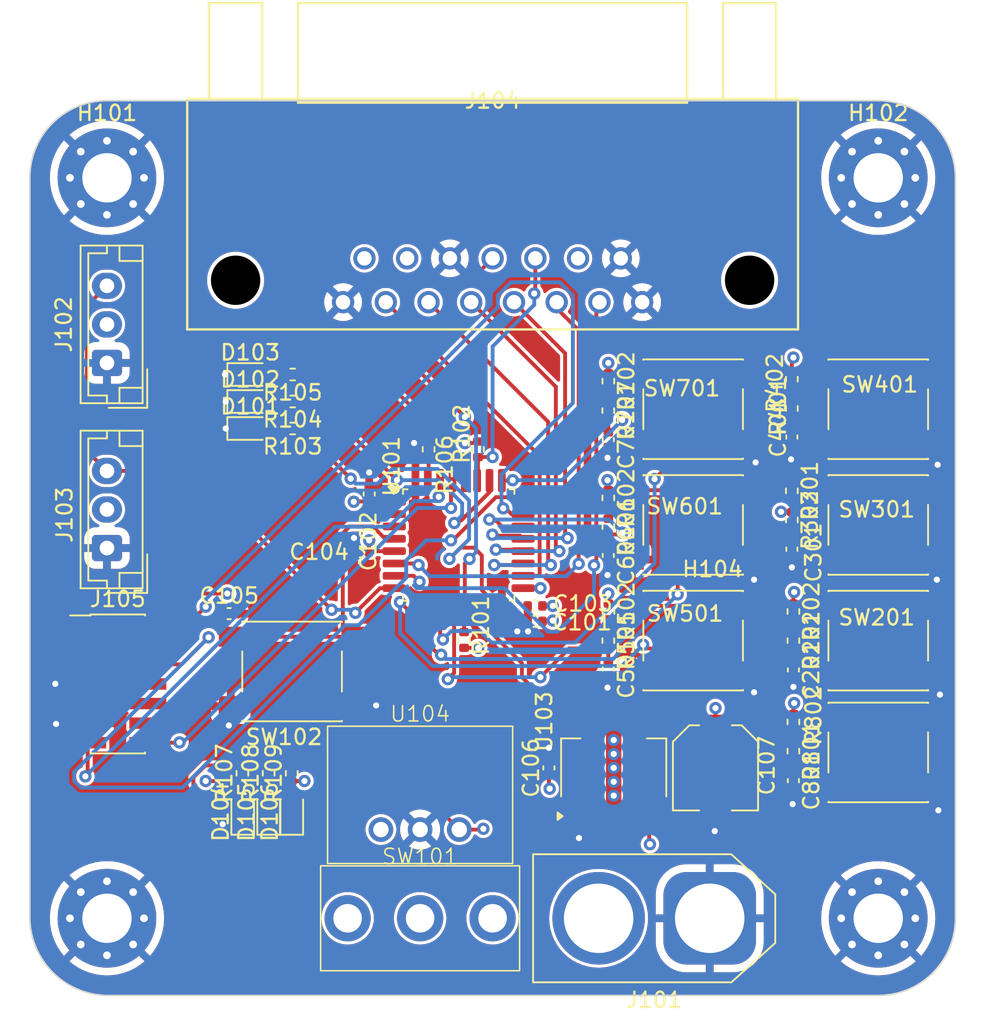
<source format=kicad_pcb>
(kicad_pcb (version 20240108) (generator "pcbnew") (generator_version "8.0")
  (layers (0 "F.Cu" signal) (1 "In1.Cu" signal "In1.Cu - Supply") (2 "In2.Cu" signal "In2.Cu - GND") (31 "B.Cu" signal) (34 "B.Paste" user) (35 "F.Paste" user) (36 "B.SilkS" user "B.Silkscreen") (37 "F.SilkS" user "F.Silkscreen") (38 "B.Mask" user) (39 "F.Mask" user) (44 "Edge.Cuts" user))
  (net 0 "")
  (net 1 "+3.3V")
  (net 2 "GND")
  (net 3 "NRST")
  (net 4 "+5V")
  (net 5 "BTN_1")
  (net 6 "BTN_2")
  (net 7 "BTN_3")
  (net 8 "BTN_4")
  (net 9 "BTN_5")
  (net 10 "BTN_6")
  (net 11 "BTN_7")
  (net 12 "Net-(D101-A)")
  (net 13 "Net-(D102-A)")
  (net 14 "Net-(D103-A)")
  (net 15 "Net-(D104-A)")
  (net 16 "Net-(D105-A)")
  (net 17 "Net-(D106-A)")
  (net 18 "Net-(J101-Pin_2)")
  (net 19 "+12V")
  (net 20 "UART_HD_XL430")
  (net 21 "PWM_TIM2_CH2")
  (net 22 "I2C_SCL")
  (net 23 "PWM_TIM1_CH2")
  (net 24 "PWM_TIM2_CH1")
  (net 25 "PWM_TIM1_CH4")
  (net 26 "PWM_TIM1_CH1")
  (net 27 "I2C_SDA")
  (net 28 "PWM_TIM1_CH3")
  (net 30 "UART_DEBUG_RX")
  (net 31 "SWDIO")
  (net 33 "UART_DEBUG_TX")
  (net 35 "SWCLK")
  (net 38 "LED1")
  (net 39 "LED2")
  (net 40 "LED3")
  (net 41 "Net-(U101-PH3)")
  (net 42 "Net-(SW201-A)")
  (net 43 "Net-(SW301-A)")
  (net 44 "Net-(SW401-A)")
  (net 45 "Net-(SW501-A)")
  (net 46 "Net-(SW601-A)")
  (net 47 "Net-(SW701-A)")
  (net 48 "Net-(SW801-A)")
  (footprint "Resistor_SMD:R_0402_1005Metric" (layer "F.Cu") (at 154.5 78.11 -90)
    (property "Reference" "R202")
    (property "Value" "10k")
  )
  (footprint "Button_Switch_SMD:SW_Push_1P1T_NO_6x6mm_H9.5mm" (layer "F.Cu") (at 148 72.5)
    (property "Reference" "SW601")
    (property "Value" "SW_SPST" (hide yes))
  )
  (footprint "Button_Switch_SMD:SW_Push_1P1T_NO_6x6mm_H9.5mm" (layer "F.Cu") (at 160 65)
    (property "Reference" "SW401")
    (property "Value" "SW_SPST" (hide yes))
  )
  (footprint "Resistor_SMD:R_0402_1005Metric" (layer "F.Cu") (at 142.5 70.75 -90)
    (property "Reference" "R602")
    (property "Value" "10k")
  )
  (footprint "Button_Switch_SMD:SW_Push_1P1T_NO_6x6mm_H9.5mm" (layer "F.Cu") (at 122 82)
    (property "Reference" "SW102")
    (property "Value" "SW_SPST")
  )
  (footprint "Package_TO_SOT_SMD:SOT-223-3_TabPin2" (layer "F.Cu") (at 142.85 88.25 90)
    (property "Reference" "U103")
    (property "Value" "AZ1117-3.3")
  )
  (footprint "Capacitor_SMD:C_0402_1005Metric" (layer "F.Cu") (at 137.75 78.75 180)
    (property "Reference" "C101")
    (property "Value" "4u7")
  )
  (footprint "Resistor_SMD:R_0402_1005Metric" (layer "F.Cu") (at 121.98 88.6 90)
    (property "Reference" "R109")
    (property "Value" "820")
  )
  (footprint "Resistor_SMD:R_0402_1005Metric" (layer "F.Cu") (at 122.0375 66.25 180)
    (property "Reference" "R103")
    (property "Value" "82")
  )
  (footprint "Capacitor_SMD:C_0402_1005Metric" (layer "F.Cu") (at 137.75 77.75 180)
    (property "Reference" "C103")
    (property "Value" "100n")
  )
  (footprint "LED_SMD:LED_0603_1608Metric" (layer "F.Cu") (at 119.2875 64.5)
    (property "Reference" "D102")
    (property "Value" "BLUE_LED")
  )
  (footprint "Capacitor_SMD:C_0402_1005Metric" (layer "F.Cu") (at 154.5 81.9 -90)
    (property "Reference" "C201")
    (property "Value" "10n")
  )
  (footprint "Connector_PinHeader_1.27mm:PinHeader_2x07_P1.27mm_Vertical_SMD" (layer "F.Cu") (at 110.7 82.81)
    (property "Reference" "J105")
    (property "Value" "Conn_ST_STDC14")
  )
  (footprint "Capacitor_SMD:C_0402_1005Metric" (layer "F.Cu") (at 126.5 74.25 180)
    (property "Reference" "C104")
    (property "Value" "100n")
  )
  (footprint "Capacitor_SMD:C_Elec_5x5.4" (layer "F.Cu") (at 149.45 88.25 -90)
    (property "Reference" "C107")
    (property "Value" "22u")
  )
  (footprint "Button_Switch_SMD:SW_Push_1P1T_NO_6x6mm_H9.5mm" (layer "F.Cu") (at 148 65)
    (property "Reference" "SW701")
    (property "Value" "SW_SPST")
  )
  (footprint "MountingHole:MountingHole_3.2mm_M3_Pad_Via" (layer "F.Cu") (at 160 50)
    (property "Reference" "H102")
    (property "Value" "MountingHole_Pad")
  )
  (footprint "Capacitor_SMD:C_0402_1005Metric" (layer "F.Cu") (at 138.65 88.25 90)
    (property "Reference" "C106")
    (property "Value" "10u")
  )
  (footprint "LED_SMD:LED_0603_1608Metric" (layer "F.Cu") (at 120.48 91.1 90)
    (property "Reference" "D105")
    (property "Value" "RED_LED")
  )
  (footprint "Capacitor_SMD:C_0402_1005Metric" (layer "F.Cu") (at 154.4 66.8 -90)
    (property "Reference" "C401")
    (property "Value" "10n")
  )
  (footprint "MountingHole:MountingHole_3.2mm_M3_Pad_Via" (layer "F.Cu") (at 110 98)
    (property "Reference" "H103" (hide yes))
    (property "Value" "MountingHole_Pad" (hide yes))
  )
  (footprint "Resistor_SMD:R_0402_1005Metric" (layer "F.Cu") (at 130.85 67.6 90)
    (property "Reference" "R106")
    (property "Value" "100k")
  )
  (footprint "LED_SMD:LED_0603_1608Metric" (layer "F.Cu") (at 119.2875 66.25)
    (property "Reference" "D101")
    (property "Value" "BLUE_LED")
  )
  (footprint "Resistor_SMD:R_0402_1005Metric" (layer "F.Cu") (at 142.5025 63.18 -90)
    (property "Reference" "R702")
    (property "Value" "10k")
  )
  (footprint "Resistor_SMD:R_0402_1005Metric" (layer "F.Cu") (at 122.0375 62.75 180)
    (property "Reference" "R105")
    (property "Value" "82")
  )
  (footprint "Resistor_SMD:R_0402_1005Metric" (layer "F.Cu") (at 142.5 65.09 -90)
    (property "Reference" "R701")
    (property "Value" "10k")
  )
  (footprint "Connector_JST:JST_EH_B3B-EH-A_1x03_P2.50mm_Vertical" (layer "F.Cu") (at 110 74 90)
    (property "Reference" "J103")
    (property "Value" "Conn_01x03")
  )
  (footprint "Resistor_SMD:R_0402_1005Metric" (layer "F.Cu") (at 154.5 80 -90)
    (property "Reference" "R201")
    (property "Value" "10k")
  )
  (footprint "MountingHole:MountingHole_3.2mm_M3_Pad_Via" (layer "F.Cu") (at 110 50)
    (property "Reference" "H101")
    (property "Value" "MountingHole_Pad")
  )
  (footprint "mylib:472123010111" (layer "F.Cu") (at 130.3 98)
    (property "Reference" "SW101")
    (property "Value" "SW_SPDT")
  )
  (footprint "LED_SMD:LED_0603_1608Metric" (layer "F.Cu") (at 118.8 91.1 90)
    (property "Reference" "D104")
    (property "Value" "RED_LED")
  )
  (footprint "Resistor_SMD:R_0402_1005Metric" (layer "F.Cu") (at 154.4 72.18 -90)
    (property "Reference" "R302")
    (property "Value" "10k")
  )
  (footprint "Resistor_SMD:R_0402_1005Metric" (layer "F.Cu") (at 154.5 87.16 -90)
    (property "Reference" "R801")
    (property "Value" "10k")
  )
  (footprint "Resistor_SMD:R_0402_1005Metric" (layer "F.Cu") (at 154.4 63.05 -90)
    (property "Reference" "R402")
    (property "Value" "10k")
  )
  (footprint "Capacitor_SMD:C_0402_1005Metric" (layer "F.Cu") (at 142.5 81.84 -90)
    (property "Reference" "C501")
    (property "Value" "10n")
  )
  (footprint "Capacitor_SMD:C_0402_1005Metric" (layer "F.Cu") (at 154.5 89.08 -90)
    (property "Reference" "C801")
    (property "Value" "10n")
  )
  (footprint "Library:173010542" (layer "F.Cu") (at 130.3 92.25)
    (property "Reference" "U104")
    (property "Value" "173010542")
  )
  (footprint "LED_SMD:LED_0603_1608Metric" (layer "F.Cu") (at 121.98 91.1 90)
    (property "Reference" "D106")
    (property "Value" "RED_LED")
  )
  (footprint "Resistor_SMD:R_0402_1005Metric" (layer "F.Cu") (at 120.48 88.6 90)
    (property "Reference" "R108")
    (property "Value" "1k6")
  )
  (footprint "Resistor_SMD:R_0402_1005Metric" (layer "F.Cu") (at 142.51 78.11 -90)
    (property "Reference" "R502")
    (property "Value" "10k")
  )
  (footprint "Resistor_SMD:R_0402_1005Metric" (layer "F.Cu") (at 154.5 85.27 -90)
    (property "Reference" "R802")
    (property "Value" "10k")
  )
  (footprint "Package_QFP:LQFP-32_7x7mm_P0.8mm" (layer "F.Cu") (at 132.8 73.8)
    (property "Reference" "U101")
    (property "Value" "STM32L412KBTx")
  )
  (footprint "Resistor_SMD:R_0402_1005Metric" (layer "F.Cu") (at 142.5 80 -90)
    (property "Reference" "R501")
    (property "Value" "10k")
  )
  (footprint "LED_SMD:LED_0603_1608Metric" (layer "F.Cu") (at 119.2875 62.75)
    (property "Reference" "D103")
    (property "Value" "BLUE_LED")
  )
  (footprint "Resistor_SMD:R_0402_1005Metric" (layer "F.Cu") (at 154.4 70.29 -90)
    (property "Reference" "R301")
    (property "Value" "10k")
  )
  (footprint "Resistor_SMD:R_0402_1005Metric" (layer "F.Cu") (at 154.4 64.95 -90)
    (property "Reference" "R401")
    (property "Value" "10k")
  )
  (footprint "Resistor_SMD:R_0402_1005Metric" (layer "F.Cu") (at 118.78 88.6 90)
    (property "Reference" "R107")
    (property "Value" "5k1")
  )
  (footprint "Connector_AMASS:AMASS_XT60-M_1x02_P7.20mm_Vertical" (layer "F.Cu") (at 149.075 98 180)
    (property "Reference" "J101")
    (property "Value" "Conn_01x02")
  )
  (footprint "Button_Switch_SMD:SW_Push_1P1T_NO_6x6mm_H9.5mm" (layer "F.Cu") (at 160 87.25)
    (property "Reference" "SW801" (hide yes))
    (property "Value" "SW_SPST")
  )
  (footprint "Capacitor_SMD:C_0402_1005Metric" (layer "F.Cu") (at 154.4 74.07 -90)
    (property "Reference" "C301")
    (property "Value" "10n")
  )
  (footprint "Resistor_SMD:R_0402_1005Metric" (layer "F.Cu") (at 142.5 72.61 -90)
    (property "Reference" "R601")
    (property "Value" "10k")
  )
  (footprint "Button_Switch_SMD:SW_Push_1P1T_NO_6x6mm_H9.5mm" (layer "F.Cu") (at 148 80)
    (property "Reference" "SW501")
    (property "Value" "SW_SPST" (hide yes))
  )
  (footprint "Button_Switch_SMD:SW_Push_1P1T_NO_6x6mm_H9.5mm" (layer "F.Cu") (at 160 80)
    (property "Reference" "SW201")
    (property "Value" "SW_SPST" (hide yes))
  )
  (footprint "Capacitor_SMD:C_0402_1005Metric" (layer "F.Cu") (at 127 70.5 90)
    (property "Reference" "C102")
    (property "Value" "100n")
  )
  (footprint "Resistor_SMD:R_0402_1005Metric" (layer "F.Cu") (at 122.0375 64.5 180)
    (property "Reference" "R104")
    (property "Value" "82")
  )
  (footprint "Button_Switch_SMD:SW_Push_1P1T_NO_6x6mm_H9.5mm" (layer "F.Cu") (at 160 72.5)
    (property "Reference" "SW301")
    (property "Value" "SW_SPST" (hide yes))
  )
  (footprint "Capacitor_SMD:C_0402_1005Metric" (layer "F.Cu") (at 142.5 66.97 -90)
    (property "Reference" "C701")
    (property "Value" "10n")
  )
  (footprint "Resistor_SMD:R_0402_1005Metric" (layer "F.Cu") (at 134.05 67.6 -90)
    (property "Reference" "R102")
    (property "Value" "1k")
  )
  (footprint "MountingHole:MountingHole_3.2mm_M3_Pad_Via" (layer "F.Cu") (at 160 98)
    (property "Reference" "H104")
    (property "Value" "MountingHole_Pad")
  )
  (footprint "libs:CONN15_31321_WRE" (layer "F.Cu") (at 135 45)
    (property "Reference" "J104")
    (property "Value" "Conn_01x15")
  )
  (footprint "Capacitor_SMD:C_0402_1005Metric" (layer "F.Cu") (at 117.92 78.25)
    (property "Reference" "C105")
    (property "Value" "100n")
  )
  (footprint "Capacitor_SMD:C_0402_1005Metric" (layer "F.Cu") (at 142.5 74.48 -90)
    (property "Reference" "C601")
    (property "Value" "10n")
  )
  (footprint "Resistor_SMD:R_0402_1005Metric" (layer "F.Cu") (at 133.15 79.96 90)
    (property "Reference" "R101")
    (property "Value" "1k")
  )
  (footprint "Connector_JST:JST_EH_B3B-EH-A_1x03_P2.50mm_Vertical" (layer "F.Cu") (at 110 62 90)
    (property "Reference" "J102")
    (property "Value" "Conn_01x03")
  )
  (gr_line (start 165 50) (end 165 98) (stroke (width 0.1)) (layer "Edge.Cuts"))
  (gr_arc (start 110 103) (mid 106.491402 101.508597) (end 105 98) (stroke (width 0.1)) (layer "Edge.Cuts"))
  (gr_arc (start 165 98) (mid 163.535534 101.535534) (end 160 103) (stroke (width 0.1)) (layer "Edge.Cuts"))
  (gr_line (start 160 45) (end 110 45) (stroke (width 0.1)) (layer "Edge.Cuts"))
  (gr_line (start 105 50) (end 105 98) (stroke (width 0.1)) (layer "Edge.Cuts"))
  (gr_arc (start 160 45) (mid 163.535534 46.464466) (end 165 50) (stroke (width 0.1)) (layer "Edge.Cuts"))
  (gr_line (start 110 103) (end 160 103) (stroke (width 0.1)) (layer "Edge.Cuts"))
  (gr_arc (start 105 50) (mid 106.464466 46.464466) (end 110 45) (stroke (width 0.1)) (layer "Edge.Cuts"))
  (segment (start 131.4 74.474695) (end 131.824695 74.05) (width 0.25) (layer "B.Cu") (net 0))
  (segment (start 131.4 74.7) (end 131.4 74.474695) (width 0.25) (layer "B.Cu") (net 0))
  (segment (start 154.5 84.76) (end 154.5 84.1) (width 0.25) (layer "F.Cu") (net 1))
  (segment (start 153.72 71.67) (end 153.7 71.65) (width 0.25) (layer "F.Cu") (net 1))
  (segment (start 154.4 71.67) (end 153.72 71.67) (width 0.25) (layer "F.Cu") (net 1))
  (segment (start 138.23 78.75) (end 138.85 78.75) (width 0.25) (layer "F.Cu") (net 1))
  (segment (start 108.75 80.27) (end 109.58 80.27) (width 0.25) (layer "F.Cu") (net 1))
  (segment (start 138.23 77.75) (end 138.9 77.75) (width 0.25) (layer "F.Cu") (net 1))
  (segment (start 126.02 70.98) (end 126 71) (width 0.25) (layer "F.Cu") (net 1))
  (segment (start 134.1 80.5) (end 134.07 80.47) (width 0.25) (layer "F.Cu") (net 1))
  (segment (start 133.21 67.19) (end 133.2 67.2) (width 0.25) (layer "F.Cu") (net 1))
  (segment (start 133.15 80.47) (end 134.07 80.47) (width 0.25) (layer "F.Cu") (net 1))
  (segment (start 142.5 70.24) (end 142.5 69.65) (width 0.25) (layer "F.Cu") (net 1))
  (segment (start 110.75 78.4) (end 112.2 76.95) (width 0.25) (layer "F.Cu") (net 1))
  (segment (start 112.2 76.95) (end 117.8 76.95) (width 0.25) (layer "F.Cu") (net 1))
  (segment (start 142.5025 62.0025) (end 142.5 62) (width 0.25) (layer "F.Cu") (net 1))
  (segment (start 154.5 76.9) (end 154.55 76.85) (width 0.25) (layer "F.Cu") (net 1))
  (segment (start 142.5025 62.67) (end 142.5025 62.0025) (width 0.25) (layer "F.Cu") (net 1))
  (segment (start 122.79 89.11) (end 122.8 89.1) (width 0.25) (layer "F.Cu") (net 1))
  (segment (start 154.4 61.75) (end 154.5 61.65) (width 0.25) (layer "F.Cu") (net 1))
  (segment (start 109.58 80.27) (end 110.75 79.1) (width 0.25) (layer "F.Cu") (net 1))
  (segment (start 126.98 74.25) (end 126.98 73.52) (width 0.25) (layer "F.Cu") (net 1))
  (segment (start 154.4 62.54) (end 154.4 61.75) (width 0.25) (layer "F.Cu") (net 1))
  (segment (start 121.98 89.11) (end 122.79 89.11) (width 0.25) (layer "F.Cu") (net 1))
  (segment (start 136.975 76.6) (end 138.1 76.6) (width 0.25) (layer "F.Cu") (net 1))
  (segment (start 142.5 69.65) (end 142.45 69.6) (width 0.25) (layer "F.Cu") (net 1))
  (segment (start 110.75 79.1) (end 110.75 78.4) (width 0.25) (layer "F.Cu") (net 1))
  (segment (start 126.98 73.52) (end 127 73.5) (width 0.25) (layer "F.Cu") (net 1))
  (segment (start 142.51 77.6) (end 142.51 76.96) (width 0.25) (layer "F.Cu") (net 1))
  (segment (start 142.85 85.1) (end 142.85 91.4) (width 1) (layer "F.Cu") (net 1))
  (segment (start 138.85 78.75) (end 138.9 78.7) (width 0.25) (layer "F.Cu") (net 1))
  (segment (start 127.02 71) (end 127 70.98) (width 0.25) (layer "F.Cu") (net 1))
  (segment (start 142.51 76.96) (end 142.5 76.95) (width 0.25) (layer "F.Cu") (net 1))
  (segment (start 154.5 84.1) (end 154.55 84.05) (width 0.25) (layer "F.Cu") (net 1))
  (segment (start 128.625 71) (end 127.02 71) (width 0.25) (layer "F.Cu") (net 1))
  (segment (start 154.5 77.6) (end 154.5 76.9) (width 0.25) (layer "F.Cu") (net 1))
  (segment (start 127.03 74.2) (end 126.98 74.25) (width 0.25) (layer "F.Cu") (net 1))
  (segment (start 128.625 74.2) (end 127.03 74.2) (width 0.25) (layer "F.Cu") (net 1))
  (segment (start 127 70.98) (end 126.02 70.98) (width 0.25) (layer "F.Cu") (net 1))
  (segment (start 134.05 67.19) (end 133.21 67.19) (width 0.25) (layer "F.Cu") (net 1))
  (segment (start 149.45 86.1875) (end 149.45 84.375) (width 0.25) (layer "F.Cu") (net 1))
  (via (at 154.5 61.65) (size 0.8) (drill 0.4) (layers "F.Cu" "B.Cu") (net 1))
  (via (at 138.9 78.7) (size 0.8) (drill 0.4) (layers "F.Cu" "B.Cu") (net 1))
  (via (at 142.85 86.45) (size 0.8) (drill 0.4) (layers "F.Cu" "B.Cu") (net 1))
  (via (at 142.85 90.05) (size 0.8) (drill 0.4) (layers "F.Cu" "B.Cu") (net 1))
  (via (at 142.45 69.6) (size 0.8) (drill 0.4) (layers "F.Cu" "B.Cu") (net 1))
  (via (at 142.5 76.95) (size 0.8) (drill 0.4) (layers "F.Cu" "B.Cu") (net 1))
  (via (at 133.2 67.2) (size 0.8) (drill 0.4) (layers "F.Cu" "B.Cu") (net 1))
  (via (at 154.55 76.85) (size 0.8) (drill 0.4) (layers "F.Cu" "B.Cu") (net 1))
  (via (at 142.85 87.35) (size 0.8) (drill 0.4) (layers "F.Cu" "B.Cu") (net 1))
  (via (at 138.1 76.6) (size 0.8) (drill 0.4) (layers "F.Cu" "B.Cu") (net 1))
  (via (at 117.8 76.95) (size 0.8) (drill 0.4) (layers "F.Cu" "B.Cu") (net 1))
  (via (at 138.9 77.75) (size 0.8) (drill 0.4) (layers "F.Cu" "B.Cu") (net 1))
  (via (at 142.85 88.25) (size 0.8) (drill 0.4) (layers "F.Cu" "B.Cu") (net 1))
  (via (at 142.5 62) (size 0.8) (drill 0.4) (layers "F.Cu" "B.Cu") (net 1))
  (via (at 127 73.5) (size 0.8) (drill 0.4) (layers "F.Cu" "B.Cu") (net 1))
  (via (at 122.8 89.1) (size 0.8) (drill 0.4) (layers "F.Cu" "B.Cu") (net 1))
  (via (at 153.7 71.65) (size 0.8) (drill 0.4) (layers "F.Cu" "B.Cu") (net 1))
  (via (at 142.85 89.15) (size 0.8) (drill 0.4) (layers "F.Cu" "B.Cu") (net 1))
  (via (at 149.45 84.375) (size 0.8) (drill 0.4) (layers "F.Cu" "B.Cu") (net 1))
  (via (at 126 71) (size 0.8) (drill 0.4) (layers "F.Cu" "B.Cu") (net 1))
  (via (at 134.07 80.47) (size 0.8) (drill 0.4) (layers "F.Cu" "B.Cu") (net 1))
  (via (at 154.55 84.05) (size 0.8) (drill 0.4) (layers "F.Cu" "B.Cu") (net 1))
  (segment (start 149.45 92.3) (end 149.4 92.35) (width 0.25) (layer "F.Cu") (net 2))
  (segment (start 154.4 68.2) (end 154.35 68.25) (width 0.25) (layer "F.Cu") (net 2))
  (segment (start 156.025 74.75) (end 154.6 74.75) (width 0.25) (layer "F.Cu") (net 2))
  (segment (start 140.55 92.75) (end 140.6 92.8) (width 0.25) (layer "F.Cu") (net 2))
  (segment (start 151.975 76.025) (end 151.95 76.05) (width 0.25) (layer "F.Cu") (net 2))
  (segment (start 108.75 82.81) (end 106.66 82.81) (width 0.25) (layer "F.Cu") (net 2))
  (segment (start 142.5 75.7) (end 142.45 75.75) (width 0.25) (layer "F.Cu") (net 2))
  (segment (start 130 68.3) (end 129.95 68.25) (width 0.25) (layer "F.Cu") (net 2))
  (segment (start 118.5 64.5) (end 117.7 64.5) (width 0.25) (layer "F.Cu") (net 2))
  (segment (start 129.99 68.21) (end 129.95 68.25) (width 0.25) (layer "F.Cu") (net 2))
  (segment (start 154.4 74.55) (end 154.4 75.25) (width 0.25) (layer "F.Cu") (net 2))
  (segment (start 129.9 67.2) (end 129.91 67.19) (width 0.25) (layer "F.Cu") (net 2))
  (segment (start 154.5 89.56) (end 154.5 90.55) (width 0.25) (layer "F.Cu") (net 2))
  (segment (start 156.025 89.5) (end 154.56 89.5) (width 0.25) (layer "F.Cu") (net 2))
  (segment (start 151.975 74.75) (end 151.975 76.025) (width 0.25) (layer "F.Cu") (net 2))
  (segment (start 125.975 84.25) (end 127.4 84.25) (width 0.25) (layer "F.Cu") (net 2))
  (segment (start 142.5 83) (end 142.45 83.05) (width 0.25) (layer "F.Cu") (net 2))
  (segment (start 163.975 90.925) (end 163.9 91) (width 0.25) (layer "F.Cu") (net 2))
  (segment (start 117.5125 91.8875) (end 117.5 91.9) (width 0.25) (layer "F.Cu") (net 2))
  (segment (start 154.4 67.28) (end 154.4 68.2) (width 0.25) (layer "F.Cu") (net 2))
  (segment (start 163.975 68.475) (end 163.85 68.6) (width 0.25) (layer "F.Cu") (net 2))
  (segment (start 144.025 82.25) (end 143.25 82.25) (width 0.25) (layer "F.Cu") (net 2))
  (segment (start 130 67.28) (end 129.91 67.19) (width 0.25) (layer "F.Cu") (net 2))
  (segment (start 137.27 79.37) (end 137.3 79.4) (width 0.25) (layer "F.Cu") (net 2))
  (segment (start 142.5 67.45) (end 142.5 68.1) (width 0.25) (layer "F.Cu") (net 2))
  (segment (start 108.75 85.35) (end 106.75 85.35) (width 0.25) (layer "F.Cu") (net 2))
  (segment (start 108.75 82.81) (end 108.75 81.54) (width 0.25) (layer "F.Cu") (net 2))
  (segment (start 154.63 82.25) (end 154.5 82.38) (width 0.25) (layer "F.Cu") (net 2))
  (segment (start 137.27 77.75) (end 137.27 78.75) (width 0.25) (layer "F.Cu") (net 2))
  (segment (start 163.975 67.25) (end 163.975 68.475) (width 0.25) (layer "F.Cu") (net 2))
  (segment (start 106.66 82.81) (end 106.65 82.8) (width 0.25) (layer "F.Cu") (net 2))
  (segment (start 130 68.3) (end 130 67.28) (width 0.25) (layer "F.Cu") (net 2))
  (segment (start 163.975 82.25) (end 163.975 83.475) (width 0.25) (layer "F.Cu") (net 2))
  (segment (start 154.6 74.75) (end 154.4 74.55) (width 0.25) (layer "F.Cu") (net 2))
  (segment (start 163.975 89.5) (end 163.975 90.925) (width 0.25) (layer "F.Cu") (net 2))
  (segment (start 136.6 79.4) (end 135.6 78.4) (width 0.25) (layer "F.Cu") (net 2))
  (segment (start 156.025 82.25) (end 154.63 82.25) (width 0.25) (layer "F.Cu") (net 2))
  (segment (start 151.975 68.375) (end 152.05 68.45) (width 0.25) (layer "F.Cu") (net 2))
  (segment (start 142.5 74.96) (end 142.5 75.7) (width 0.25) (layer "F.Cu") (net 2))
  (segment (start 151.975 82.25) (end 151.975 83.325) (width 0.25) (layer "F.Cu") (net 2))
  (segment (start 144.025 74.75) (end 143.45 74.75) (width 0.25) (layer "F.Cu") (net 2))
  (segment (start 118.8 91.8875) (end 117.5125 91.8875) (width 0.25) (layer "F.Cu") (net 2))
  (segment (start 151.975 67.25) (end 151.975 68.375) (width 0.25) (layer "F.Cu") (net 2))
  (segment (start 142.5 68.1) (end 142.45 68.15) (width 0.25) (layer "F.Cu") (net 2))
  (segment (start 156.025 67.25) (end 154.43 67.25) (width 0.25) (layer "F.Cu") (net 2))
  (segment (start 154.56 89.5) (end 154.5 89.56) (width 0.25) (layer "F.Cu") (net 2))
  (segment (start 127.4 84.25) (end 127.45 84.2) (width 0.25) (layer "F.Cu") (net 2))
  (segment (start 142.5 82.32) (end 142.5 83) (width 0.25) (layer "F.Cu") (net 2))
  (segment (start 151.975 83.325) (end 151.95 83.35) (width 0.25) (layer "F.Cu") (net 2))
  (segment (start 143.45 74.75) (end 142.45 75.75) (width 0.25) (layer "F.Cu") (net 2))
  (segment (start 130.85 67.19) (end 129.91 67.19) (width 0.25) (layer "F.Cu") (net 2))
  (segment (start 163.975 83.475) (end 164 83.5) (width 0.25) (layer "F.Cu") (net 2))
  (segment (start 154.5 90.55) (end 154.45 90.6) (width 0.25) (layer "F.Cu") (net 2))
  (segment (start 137.27 78.75) (end 137.27 79.37) (width 0.25) (layer "F.Cu") (net 2))
  (segment (start 142.7 67.25) (end 142.5 67.45) (width 0.25) (layer "F.Cu") (net 2))
  (segment (start 121.98 91.8875) (end 120.48 91.8875) (width 0.25) (layer "F.Cu") (net 2))
  (segment (start 126.02 74.25) (end 126.02 73.351802) (width 0.25) (layer "F.Cu") (net 2))
  (segment (start 163.975 75.875) (end 163.8 76.05) (width 0.25) (layer "F.Cu") (net 2))
  (segment (start 140.55 91.4) (end 140.55 92.75) (width 0.25) (layer "F.Cu") (net 2))
  (segment (start 163.975 74.75) (end 163.975 75.875) (width 0.25) (layer "F.Cu") (net 2))
  (segment (start 144.025 67.25) (end 142.7 67.25) (width 0.25) (layer "F.Cu") (net 2))
  (segment (start 118.5 62.75) (end 117.65 62.75) (width 0.25) (layer "F.Cu") (net 2))
  (segment (start 106.75 85.35) (end 106.7 85.4) (width 0.25) (layer "F.Cu") (net 2))
  (segment (start 154.5 82.38) (end 154.5 83) (width 0.25) (layer "F.Cu") (net 2))
  (segment (start 149.45 90.3125) (end 149.45 92.3) (width 0.25) (layer "F.Cu") (net 2))
  (segment (start 126.02 73.351802) (end 126.012235 73.344037) (width 0.25) (layer "F.Cu") (net 2))
  (segment (start 120.48 91.8875) (end 118.8 91.8875) (width 0.25) (layer "F.Cu") (net 2))
  (segment (start 143.25 82.25) (end 142.45 83.05) (width 0.25) (layer "F.Cu") (net 2))
  (segment (start 118.5 66.25) (end 117.7 66.25) (width 0.25) (layer "F.Cu") (net 2))
  (segment (start 118.025 85.375) (end 117.9 85.5) (width 0.25) (layer "F.Cu") (net 2))
  (segment (start 138.65 87.77) (end 138.65 86.95) (width 0.25) (layer "F.Cu") (net 2))
  (segment (start 154.43 67.25) (end 154.4 67.28) (width 0.25) (layer "F.Cu") (net 2))
  (segment (start 118.025 84.25) (end 118.025 85.375) (width 0.25) (layer "F.Cu") (net 2))
  (segment (start 135.6 78.4) (end 135.6 77.975) (width 0.25) (layer "F.Cu") (net 2))
  (segment (start 130 69.625) (end 130 68.3) (width 0.25) (layer "F.Cu") (net 2))
  (via (at 117.65 62.75) (size 0.8) (drill 0.4) (layers "F.Cu" "B.Cu") (net 2))
  (via (at 136.6 79.4) (size 0.8) (drill 0.4) (layers "F.Cu" "B.Cu") (net 2))
  (via (at 106.65 82.8) (size 0.8) (drill 0.4) (layers "F.Cu" "B.Cu") (net 2))
  (via (at 154.35 68.25) (size 0.8) (drill 0.4) (layers "F.Cu" "B.Cu") (net 2))
  (via (at 117.7 64.5) (size 0.8) (drill 0.4) (layers "F.Cu" "B.Cu") (net 2))
  (via (at 163.8 76.05) (size 0.8) (drill 0.4) (layers "F.Cu" "B.Cu") (net 2))
  (via (at 154.45 90.6) (size 0.8) (drill 0.4) (layers "F.Cu" "B.Cu") (net 2))
  (via (at 117.7 66.25) (size 0.8) (drill 0.4) (layers "F.Cu" "B.Cu") (net 2))
  (via (at 154.5 83) (size 0.8) (drill 0.4) (layers "F.Cu" "B.Cu") (net 2))
  (via (at 152.05 68.45) (size 0.8) (drill 0.4) (layers "F.Cu" "B.Cu") (net 2))
  (via (at 117.5 91.9) (size 0.8) (drill 0.4) (layers "F.Cu" "B.Cu") (net 2))
  (via (at 142.45 68.15) (size 0.8) (drill 0.4) (layers "F.Cu" "B.Cu") (net 2))
  (via (at 138.65 86.95) (size 0.8) (drill 0.4) (layers "F.Cu" "B.Cu") (net 2))
  (via (at 142.45 75.75) (size 0.8) (drill 0.4) (layers "F.Cu" "B.Cu") (net 2))
  (via (at 137.3 79.4) (size 0.8) (drill 0.4) (layers "F.Cu" "B.Cu") (net 2))
  (via (at 142.45 83.05) (size 0.8) (drill 0.4) (layers "F.Cu" "B.Cu") (net 2))
  (via (at 127 69.1) (size 0.8) (drill 0.4) (layers "F.Cu" "B.Cu") (net 2))
  (via (at 117.9 85.5) (size 0.8) (drill 0.4) (layers "F.Cu" "B.Cu") (net 2))
  (via (at 163.85 68.6) (size 0.8) (drill 0.4) (layers "F.Cu" "B.Cu") (net 2))
  (via (at 151.95 83.35) (size 0.8) (drill 0.4) (layers "F.Cu" "B.Cu") (net 2))
  (via (at 126.012235 73.344037) (size 0.8) (drill 0.4) (layers "F.Cu" "B.Cu") (net 2))
  (via (at 154.4 75.25) (size 0.8) (drill 0.4) (layers "F.Cu" "B.Cu") (net 2))
  (via (at 163.9 91) (size 0.8) (drill 0.4) (layers "F.Cu" "B.Cu") (net 2))
  (via (at 149.4 92.35) (size 0.8) (drill 0.4) (layers "F.Cu" "B.Cu") (net 2))
  (via (at 106.7 85.4) (size 0.8) (drill 0.4) (layers "F.Cu" "B.Cu") (net 2))
  (via (at 140.6 92.8) (size 0.8) (drill 0.4) (layers "F.Cu" "B.Cu") (net 2))
  (via (at 127.45 84.2) (size 0.8) (drill 0.4) (layers "F.Cu" "B.Cu") (net 2))
  (via (at 164 83.5) (size 0.8) (drill 0.4) (layers "F.Cu" "B.Cu") (net 2))
  (via (at 151.95 76.05) (size 0.8) (drill 0.4) (layers "F.Cu" "B.Cu") (net 2))
  (via (at 129.91 67.19) (size 0.8) (drill 0.4) (layers "F.Cu" "B.Cu") (net 2))
  (segment (start 117.44 78.25) (end 117.44 79.165) (width 0.25) (layer "F.Cu") (net 3))
  (segment (start 118.025 80.925) (end 113.6 85.35) (width 0.25) (layer "F.Cu") (net 3))
  (segment (start 118.025 79.75) (end 125.975 79.75) (width 0.25) (layer "F.Cu") (net 3))
  (segment (start 125.730967 72.6) (end 127.23514 72.6) (width 0.25) (layer "F.Cu") (net 3))
  (segment (start 125.287235 79.062235) (end 125.287235 73.043732) (width 0.25) (layer "F.Cu") (net 3))
  (segment (start 125.975 79.75) (end 125.287235 79.062235) (width 0.25) (layer "F.Cu") (net 3))
  (segment (start 117.44 79.165) (end 118.025 79.75) (width 0.25) (layer "F.Cu") (net 3))
  (segment (start 113.6 85.35) (end 112.65 85.35) (width 0.25) (layer "F.Cu") (net 3))
  (segment (start 127.23514 72.6) (end 128.03514 73.4) (width 0.25) (layer "F.Cu") (net 3))
  (segment (start 128.03514 73.4) (end 128.625 73.4) (width 0.25) (layer "F.Cu") (net 3))
  (segment (start 125.287235 73.043732) (end 125.730967 72.6) (width 0.25) (layer "F.Cu") (net 3))
  (segment (start 118.025 79.75) (end 118.025 80.925) (width 0.25) (layer "F.Cu") (net 3))
  (segment (start 134.35 92.25) (end 134.4 92.2) (width 0.25) (layer "F.Cu") (net 4))
  (segment (start 121.335 88.255) (end 121.335 87.76072) (width 0.25) (layer "F.Cu") (net 4))
  (segment (start 138.65 88.73) (end 138.65 89.55) (width 0.25) (layer "F.Cu") (net 4))
  (segment (start 145.15 91.4) (end 145.15 93.15) (width 0.25) (layer "F.Cu") (net 4))
  (segment (start 145.15 93.15) (end 145.2 93.2) (width 0.25) (layer "F.Cu") (net 4))
  (segment (start 138.65 89.55) (end 138.7 89.6) (width 0.25) (layer "F.Cu") (net 4))
  (segment (start 127.99 87.4) (end 132.84 92.25) (width 0.25) (layer "F.Cu") (net 4))
  (segment (start 121.335 87.76072) (end 121.69572 87.4) (width 0.25) (layer "F.Cu") (net 4))
  (segment (start 120.48 89.11) (end 121.335 88.255) (width 0.25) (layer "F.Cu") (net 4))
  (segment (start 121.69572 87.4) (end 127.99 87.4) (width 0.25) (layer "F.Cu") (net 4))
  (segment (start 134.4 92.2) (end 134.5 92.1) (width 0.25) (layer "F.Cu") (net 4))
  (segment (start 132.84 92.25) (end 134.35 92.25) (width 0.25) (layer "F.Cu") (net 4))
  (via (at 145.2 93.2) (size 0.8) (drill 0.4) (layers "F.Cu" "B.Cu") (net 4))
  (via (at 134.4 92.2) (size 0.8) (drill 0.4) (layers "F.Cu" "B.Cu") (net 4))
  (via (at 138.7 89.6) (size 0.8) (drill 0.4) (layers "F.Cu" "B.Cu") (net 4))
  (segment (start 145.01 80.51) (end 144.762653 80.262653) (width 0.25) (layer "F.Cu") (net 5))
  (segment (start 129 77.5) (end 129.475 77.975) (width 0.25) (layer "F.Cu") (net 5))
  (segment (start 154.5 81.42) (end 154.5 80.51) (width 0.25) (layer "F.Cu") (net 5))
  (segment (start 129.475 77.975) (end 130 77.975) (width 0.25) (layer "F.Cu") (net 5))
  (segment (start 154.5 80.51) (end 145.01 80.51) (width 0.25) (layer "F.Cu") (net 5))
  (via (at 129 77.5) (size 0.8) (drill 0.4) (layers "F.Cu" "B.Cu") (net 5))
  (via (at 144.762653 80.262653) (size 0.8) (drill 0.4) (layers "F.Cu" "B.Cu") (net 5))
  (segment (start 131.119695 81.645) (end 143.380306 81.645) (width 0.25) (layer "B.Cu") (net 5))
  (segment (start 143.380306 81.645) (end 144.762653 80.262653) (width 0.25) (layer "B.Cu") (net 5))
  (segment (start 129 79.525305) (end 131.119695 81.645) (width 0.25) (layer "B.Cu") (net 5))
  (segment (start 129 77.5) (end 129 79.525305) (width 0.25) (layer "B.Cu") (net 5))
  (segment (start 152.975 72.675) (end 153.89 73.59) (width 0.25) (layer "F.Cu") (net 6))
  (segment (start 152.975 71.349695) (end 152.975 72.675) (width 0.25) (layer "F.Cu") (net 6))
  (segment (start 130.282736 79.682735) (end 130.282736 79.082124) (width 0.25) (layer "F.Cu") (net 6))
  (segment (start 147 73.85) (end 147 77) (width 0.25) (layer "F.Cu") (net 6))
  (segment (start 152.975 72.675) (end 148.175 72.675) (width 0.25) (layer "F.Cu") (net 6))
  (segment (start 131.518322 80.918321) (end 130.282736 79.682735) (width 0.25) (layer "F.Cu") (net 6))
  (segment (start 153.89 73.59) (end 154.4 73.59) (width 0.25) (layer "F.Cu") (net 6))
  (segment (start 131.662258 80.918321) (end 131.518322 80.918321) (width 0.25) (layer "F.Cu") (net 6))
  (segment (start 130.282736 79.082124) (end 130.8 78.56486) (width 0.25) (layer "F.Cu") (net 6))
  (segment (start 154.4 70.8) (end 153.524695 70.8) (width 0.25) (layer "F.Cu") (net 6))
  (segment (start 130.8 78.56486) (end 130.8 77.975) (width 0.25) (layer "F.Cu") (net 6))
  (segment (start 153.524695 70.8) (end 152.975 71.349695) (width 0.25) (layer "F.Cu") (net 6))
  (segment (start 148.175 72.675) (end 147 73.85) (width 0.25) (layer "F.Cu") (net 6))
  (via (at 147 77) (size 0.8) (drill 0.4) (layers "F.Cu" "B.Cu") (net 6))
  (via (at 131.662258 80.918321) (size 0.8) (drill 0.4) (layers "F.Cu" "B.Cu") (net 6))
  (segment (start 131.938937 81.195) (end 142.805 81.195) (width 0.25) (layer "B.Cu") (net 6))
  (segment (start 142.805 81.195) (end 147 77) (width 0.25) (layer "B.Cu") (net 6))
  (segment (start 131.662258 80.918321) (end 131.938937 81.195) (width 0.25) (layer "B.Cu") (net 6))
  (segment (start 131.6 79.74494) (end 131.6 77.975) (width 0.25) (layer "F.Cu") (net 7))
  (segment (start 154.4 65.46) (end 154.4 66.32) (width 0.25) (layer "F.Cu") (net 7))
  (segment (start 154.4 66.32) (end 154.355 66.275) (width 0.25) (layer "F.Cu") (net 7))
  (segment (start 131.78038 79.92532) (end 131.6 79.74494) (width 0.25) (layer "F.Cu") (net 7))
  (segment (start 148.75 66.275) (end 145.5 69.525) (width 0.25) (layer "F.Cu") (net 7))
  (segment (start 154.355 66.275) (end 148.75 66.275) (width 0.25) (layer "F.Cu") (net 7))
  (via (at 131.78038 79.92532) (size 0.8) (drill 0.4) (layers "F.Cu" "B.Cu") (net 7))
  (via (at 145.5 69.525) (size 0.8) (drill 0.4) (layers "F.Cu" "B.Cu") (net 7))
  (segment (start 145.5 74.975305) (end 145.5 69.525) (width 0.25) (layer "B.Cu") (net 7))
  (segment (start 140.350305 80.125) (end 145.5 74.975305) (width 0.25) (layer "B.Cu") (net 7))
  (segment (start 131.78038 79.92532) (end 132.32327 79.38243) (width 0.25) (layer "B.Cu") (net 7))
  (segment (start 134.925 80.125) (end 140.350305 80.125) (width 0.25) (layer "B.Cu") (net 7))
  (segment (start 132.32327 79.38243) (end 134.18243 79.38243) (width 0.25) (layer "B.Cu") (net 7))
  (segment (start 134.18243 79.38243) (end 134.925 80.125) (width 0.25) (layer "B.Cu") (net 7))
  (segment (start 132.50538 78.08038) (end 132.4 77.975) (width 0.25) (layer "F.Cu") (net 8))
  (segment (start 132.50538 82.09462) (end 132.50538 78.08038) (width 0.25) (layer "F.Cu") (net 8))
  (segment (start 142.5 81.36) (end 142.5 80.51) (width 0.25) (layer "F.Cu") (net 8))
  (segment (start 139.96 80.51) (end 138.1 82.37) (width 0.25) (layer "F.Cu") (net 8))
  (segment (start 132.1 82.5) (end 132.50538 82.09462) (width 0.25) (layer "F.Cu") (net 8))
  (segment (start 142.5 80.51) (end 139.96 80.51) (width 0.25) (layer "F.Cu") (net 8))
  (via (at 138.1 82.37) (size 0.8) (drill 0.4) (layers "F.Cu" "B.Cu") (net 8))
  (via (at 132.1 82.5) (size 0.8) (drill 0.4) (layers "F.Cu" "B.Cu") (net 8))
  (segment (start 132.23 82.37) (end 132.1 82.5) (width 0.25) (layer "B.Cu") (net 8))
  (segment (start 138.1 82.37) (end 132.23 82.37) (width 0.25) (layer "B.Cu") (net 8))
  (segment (start 134.790317 72.151011) (end 135.151011 72.151011) (width 0.25) (layer "F.Cu") (net 9))
  (segment (start 142.5 73.12) (end 143.28 73.12) (width 0.25) (layer "F.Cu") (net 9))
  (segment (start 135.6 72.6) (end 136.975 72.6) (width 0.25) (layer "F.Cu") (net 9))
  (segment (start 143.28 73.12) (end 143.4 73) (width 0.25) (layer "F.Cu") (net 9))
  (segment (start 135.151011 72.151011) (end 135.6 72.6) (width 0.25) (layer "F.Cu") (net 9))
  (segment (start 142.5 73.12) (end 142.5 74) (width 0.25) (layer "F.Cu") (net 9))
  (via (at 134.790317 72.151011) (size 0.8) (drill 0.4) (layers "F.Cu" "B.Cu") (net 9))
  (via (at 143.4 73) (size 0.8) (drill 0.4) (layers "F.Cu" "B.Cu") (net 9))
  (segment (start 143.4 73) (end 142.551011 72.151011) (width 0.25) (layer "B.Cu") (net 9))
  (segment (start 142.551011 72.151011) (end 134.790317 72.151011) (width 0.25) (layer "B.Cu") (net 9))
  (segment (start 142.5 66.49) (end 142.61 66.49) (width 0.25) (layer "F.Cu") (net 10))
  (segment (start 142.61 66.49) (end 143.4 65.7) (width 0.25) (layer "F.Cu") (net 10))
  (segment (start 142.5 66.49) (end 142.5 65.6) (width 0.25) (layer "F.Cu") (net 10))
  (segment (start 136.275 69.625) (end 136.3 69.6) (width 0.25) (layer "F.Cu") (net 10))
  (segment (start 135.6 69.625) (end 136.275 69.625) (width 0.25) (layer "F.Cu") (net 10))
  (via (at 136.3 69.6) (size 0.8) (drill 0.4) (layers "F.Cu" "B.Cu") (net 10))
  (via (at 143.4 65.7) (size 0.8) (drill 0.4) (layers "F.Cu" "B.Cu") (net 10))
  (segment (start 143.4 65.7) (end 139.5 69.6) (width 0.25) (layer "B.Cu") (net 10))
  (segment (start 139.5 69.6) (end 136.3 69.6) (width 0.25) (layer "B.Cu") (net 10))
  (segment (start 136.9 82.37) (end 136.9 81.46486) (width 0.25) (layer "F.Cu") (net 11))
  (segment (start 154.5 88.6) (end 154.5 87.67) (width 0.25) (layer "F.Cu") (net 11))
  (segment (start 150.180305 83.350305) (end 143.175 83.350305) (width 0.25) (layer "F.Cu") (net 11))
  (segment (start 154.5 87.67) (end 150.180305 83.350305) (width 0.25) (layer "F.Cu") (net 11))
  (segment (start 142.750305 83.775) (end 138.305 83.775) (width 0.25) (layer "F.Cu") (net 11))
  (segment (start 134 78.56486) (end 134 77.975) (width 0.25) (layer "F.Cu") (net 11))
  (segment (start 143.175 83.350305) (end 142.750305 83.775) (width 0.25) (layer "F.Cu") (net 11))
  (segment (start 138.305 83.775) (end 136.9 82.37) (width 0.25) (layer "F.Cu") (net 11))
  (segment (start 136.9 81.46486) (end 134 78.56486) (width 0.25) (layer "F.Cu") (net 11))
  (segment (start 120.075 66.25) (end 121.5275 66.25) (width 0.25) (layer "F.Cu") (net 12))
  (segment (start 120.075 64.5) (end 121.5275 64.5) (width 0.25) (layer "F.Cu") (net 13))
  (segment (start 120.075 62.75) (end 121.5275 62.75) (width 0.25) (layer "F.Cu") (net 14))
  (segment (start 116.384695 88.09) (end 115.6 88.874695) (width 0.25) (layer "F.Cu") (net 15))
  (segment (start 115.6 88.874695) (end 115.6 89.325305) (width 0.25) (layer "F.Cu") (net 15))
  (segment (start 116.587195 90.3125) (end 118.8 90.3125) (width 0.25) (layer "F.Cu") (net 15))
  (segment (start 115.6 89.325305) (end 116.587195 90.3125) (width 0.25) (layer "F.Cu") (net 15))
  (segment (start 118.78 88.09) (end 116.384695 88.09) (width 0.25) (layer "F.Cu") (net 15))
  (segment (start 119.835 88.735) (end 120.48 88.09) (width 0.25) (layer "F.Cu") (net 16))
  (segment (start 119.835 89.6675) (end 119.835 88.735) (width 0.25) (layer "F.Cu") (net 16))
  (segment (start 120.48 90.3125) (end 119.835 89.6675) (width 0.25) (layer "F.Cu") (net 16))
  (segment (start 122.35928 88.149281) (end 122.874586 88.149281) (width 0.25) (layer "F.Cu") (net 17))
  (segment (start 122.299999 88.09) (end 122.35928 88.149281) (width 0.25) (layer "F.Cu") (net 17))
  (segment (start 122.874586 88.149281) (end 123.525 88.799695) (width 0.25) (layer "F.Cu") (net 17))
  (segment (start 123.525 88.799695) (end 123.525 89.400305) (width 0.25) (layer "F.Cu") (net 17))
  (segment (start 123.525 89.400305) (end 122.612805 90.3125) (width 0.25) (layer "F.Cu") (net 17))
  (segment (start 122.612805 90.3125) (end 121.98 90.3125) (width 0.25) (layer "F.Cu") (net 17))
  (segment (start 121.98 88.09) (end 122.299999 88.09) (width 0.25) (layer "F.Cu") (net 17))
  (segment (start 118.78 89.11) (end 116.41 89.11) (width 0.25) (layer "F.Cu") (net 19))
  (segment (start 116.41 89.11) (end 116.4 89.1) (width 0.25) (layer "F.Cu") (net 19))
  (via (at 116.4 89.1) (size 0.8) (drill 0.4) (layers "F.Cu" "B.Cu") (net 19))
  (segment (start 126.1 78.2) (end 127.7 76.6) (width 0.25) (layer "F.Cu") (net 20))
  (segment (start 110 69) (end 115.562235 69) (width 0.25) (layer "F.Cu") (net 20))
  (segment (start 127.7 76.6) (end 128.625 76.6) (width 0.25) (layer "F.Cu") (net 20))
  (segment (start 110 57) (end 108.7 58.3) (width 0.25) (layer "F.Cu") (net 20))
  (segment (start 108.7 58.3) (end 108.7 67.7) (width 0.25) (layer "F.Cu") (net 20))
  (segment (start 108.7 67.7) (end 110 69) (width 0.25) (layer "F.Cu") (net 20))
  (segment (start 115.562235 69) (end 124.562235 78) (width 0.25) (layer "F.Cu") (net 20))
  (via (at 124.562235 78) (size 0.8) (drill 0.4) (layers "F.Cu" "B.Cu") (net 20))
  (via (at 126.1 78.2) (size 0.8) (drill 0.4) (layers "F.Cu" "B.Cu") (net 20))
  (segment (start 125.9 78) (end 126.1 78.2) (width 0.25) (layer "B.Cu") (net 20))
  (segment (start 124.562235 78) (end 125.9 78) (width 0.25) (layer "B.Cu") (net 20))
  (segment (start 141.725 74.967377) (end 141.575277 75.1171) (width 0.25) (layer "F.Cu") (net 21))
  (segment (start 141.725 58.260007) (end 141.725 74.967377) (width 0.25) (layer "F.Cu") (net 21))
  (segment (start 129.874694 75.8) (end 128.625 75.8) (width 0.25) (layer "F.Cu") (net 21))
  (segment (start 130.260004 76.18531) (end 129.874694 75.8) (width 0.25) (layer "F.Cu") (net 21))
  (segment (start 141.925 58.060007) (end 141.725 58.260007) (width 0.25) (layer "F.Cu") (net 21))
  (via (at 130.260004 76.18531) (size 0.8) (drill 0.4) (layers "F.Cu" "B.Cu") (net 21))
  (via (at 141.575277 75.1171) (size 0.8) (drill 0.4) (layers "F.Cu" "B.Cu") (net 21))
  (segment (start 138.599695 79.425) (end 139.200305 79.425) (width 0.25) (layer "B.Cu") (net 21))
  (segment (start 130.260004 76.18531) (end 130.260004 76.539996) (width 0.25) (layer "B.Cu") (net 21))
  (segment (start 135.774695 76.6) (end 138.599695 79.425) (width 0.25) (layer "B.Cu") (net 21))
  (segment (start 141.575277 77.050028) (end 141.575277 75.1171) (width 0.25) (layer "B.Cu") (net 21))
  (segment (start 129.9 76.425) (end 130.075 76.6) (width 0.25) (layer "B.Cu") (net 21))
  (segment (start 130.260004 76.539996) (end 130.2 76.6) (width 0.25) (layer "B.Cu") (net 21))
  (segment (start 130.075 76.6) (end 130.2 76.6) (width 0.25) (layer "B.Cu") (net 21))
  (segment (start 139.200305 79.425) (end 141.575277 77.050028) (width 0.25) (layer "B.Cu") (net 21))
  (segment (start 130.2 76.6) (end 135.774695 76.6) (width 0.25) (layer "B.Cu") (net 21))
  (segment (start 133.15 78.025) (end 133.2 77.975) (width 0.25) (layer "F.Cu") (net 22))
  (segment (start 133.5 74.7) (end 133.2 75) (width 0.25) (layer "F.Cu") (net 22))
  (segment (start 127 59.3) (end 133.2 65.5) (width 0.25) (layer "F.Cu") (net 22))
  (segment (start 127 57.65164) (end 127 59.3) (width 0.25) (layer "F.Cu") (net 22))
  (segment (start 133.15 79.45) (end 133.15 78.025) (width 0.25) (layer "F.Cu") (net 22))
  (segment (start 127.640533 57.011107) (end 127 57.65164) (width 0.25) (layer "F.Cu") (net 22))
  (segment (start 135 55.220008) (end 133.208901 57.011107) (width 0.25) (layer "F.Cu") (net 22))
  (segment (start 133.208901 57.011107) (end 127.640533 57.011107) (width 0.25) (layer "F.Cu") (net 22))
  (segment (start 133.2 75) (end 133.2 77.975) (width 0.25) (layer "F.Cu") (net 22))
  (via (at 133.2 65.5) (size 0.8) (drill 0.4) (layers "F.Cu" "B.Cu") (net 22))
  (via (at 133.5 74.7) (size 0.8) (drill 0.4) (layers "F.Cu" "B.Cu") (net 22))
  (segment (start 133.925 74.275) (end 133.5 74.7) (width 0.25) (layer "B.Cu") (net 22))
  (segment (start 133.2 65.5) (end 133.925 66.225) (width 0.25) (layer "B.Cu") (net 22))
  (segment (start 133.925 66.225) (end 133.925 74.275) (width 0.25) (layer "B.Cu") (net 22))
  (segment (start 130.845002 58.060007) (end 138.6 65.815005) (width 0.25) (layer "F.Cu") (net 23))
  (segment (start 135.1 75.1) (end 136.875 75.1) (width 0.25) (layer "F.Cu") (net 23))
  (segment (start 138.6 75.1) (end 138.775 75.1) (width 0.25) (layer "F.Cu") (net 23))
  (segment (start 138.6 65.815005) (end 138.6 75.1) (width 0.25) (layer "F.Cu") (net 23))
  (segment (start 136.875 75.1) (end 136.975 75) (width 0.25) (layer "F.Cu") (net 23))
  (via (at 138.775 75.1) (size 0.8) (drill 0.4) (layers "F.Cu" "B.Cu") (net 23))
  (via (at 135.1 75.1) (size 0.8) (drill 0.4) (layers "F.Cu" "B.Cu") (net 23))
  (segment (start 138.775 75.1) (end 135.1 75.1) (width 0.25) (layer "B.Cu") (net 23))
  (segment (start 140.5 75.1) (end 140.5 75.2) (width 0.25) (layer "F.Cu") (net 24))
  (segment (start 140.5 75.1) (end 140.58 75.02) (width 0.25) (layer "F.Cu") (net 24))
  (segment (start 130.2 75.1) (end 130.1 75) (width 0.25) (layer "F.Cu") (net 24))
  (segment (start 139.155001 58.060007) (end 139.155001 58.144999) (width 0.25) (layer "F.Cu") (net 24))
  (segment (start 139.155001 58.144999) (end 139 58.3) (width 0.25) (layer "F.Cu") (net 24))
  (segment (start 140.58 59.88) (end 140.58 75.02) (width 0.25) (layer "F.Cu") (net 24))
  (segment (start 139 58.3) (end 140.58 59.88) (width 0.25) (layer "F.Cu") (net 24))
  (segment (start 130.1 75) (end 128.625 75) (width 0.25) (layer "F.Cu") (net 24))
  (via (at 140.58 75.02) (size 0.8) (drill 0.4) (layers "F.Cu" "B.Cu") (net 24))
  (via (at 130.2 75.1) (size 0.8) (drill 0.4) (layers "F.Cu" "B.Cu") (net 24))
  (segment (start 130.2 75.1) (end 130.925 75.825) (width 0.25) (layer "B.Cu") (net 24))
  (segment (start 130.925 75.825) (end 139.775 75.825) (width 0.25) (layer "B.Cu") (net 24))
  (segment (start 139.775 75.825) (end 140.58 75.02) (width 0.25) (layer "B.Cu") (net 24))
  (segment (start 136.775 73.2) (end 136.975 73.4) (width 0.25) (layer "F.Cu") (net 25))
  (segment (start 134.984216 73.132035) (end 135.052181 73.2) (width 0.25) (layer "F.Cu") (net 25))
  (segment (start 139.7 73.4) (end 139.807 73.4) (width 0.25) (layer "F.Cu") (net 25))
  (segment (start 139.7 61.375006) (end 139.7 73.4) (width 0.25) (layer "F.Cu") (net 25))
  (segment (start 139.807 73.4) (end 139.855 73.352) (width 0.25) (layer "F.Cu") (net 25))
  (segment (start 136.385001 58.060007) (end 139.7 61.375006) (width 0.25) (layer "F.Cu") (net 25))
  (segment (start 135.052181 73.2) (end 136.775 73.2) (width 0.25) (layer "F.Cu") (net 25))
  (via (at 139.855 73.352) (size 0.8) (drill 0.4) (layers "F.Cu" "B.Cu") (net 25))
  (via (at 134.984216 73.132035) (size 0.8) (drill 0.4) (layers "F.Cu" "B.Cu") (net 25))
  (segment (start 139.855 73.352) (end 135.204181 73.352) (width 0.25) (layer "B.Cu") (net 25))
  (segment (start 135.204181 73.352) (end 134.984216 73.132035) (width 0.25) (layer "B.Cu") (net 25))
  (segment (start 128.075002 58.060007) (end 138.05 68.035005) (width 0.25) (layer "F.Cu") (net 26))
  (segment (start 138.05 75.725) (end 137.975 75.8) (width 0.25) (layer "F.Cu") (net 26))
  (segment (start 138.05 68.035005) (end 138.05 75.725) (width 0.25) (layer "F.Cu") (net 26))
  (segment (start 137.975 75.8) (end 136.975 75.8) (width 0.25) (layer "F.Cu") (net 26))
  (segment (start 134.05 68.21) (end 134.05 69.575) (width 0.25) (layer "F.Cu") (net 27))
  (segment (start 137.77 57.43) (end 137.7 57.5) (width 0.25) (layer "F.Cu") (net 27))
  (segment (start 135 68.1) (end 134.16 68.1) (width 0.25) (layer "F.Cu") (net 27))
  (segment (start 134.16 68.1) (end 134.05 68.21) (width 0.25) (layer "F.Cu") (net 27))
  (segment (start 137.77 55.220008) (end 137.77 57.43) (width 0.25) (layer "F.Cu") (net 27))
  (segment (start 134.05 69.575) (end 134 69.625) (width 0.25) (layer "F.Cu") (net 27))
  (via (at 137.7 57.5) (size 0.8) (drill 0.4) (layers "F.Cu" "B.Cu") (net 27))
  (via (at 135 68.1) (size 0.8) (drill 0.4) (layers "F.Cu" "B.Cu") (net 27))
  (segment (start 137.7 58.228377) (end 135 60.928377) (width 0.25) (layer "B.Cu") (net 27))
  (segment (start 137.7 57.5) (end 137.7 58.228377) (width 0.25) (layer "B.Cu") (net 27))
  (segment (start 135 60.928377) (end 135 68.1) (width 0.25) (layer "B.Cu") (net 27))
  (segment (start 139.1 63.545005) (end 139.1 74.2) (width 0.25) (layer "F.Cu") (net 28))
  (segment (start 135.210432 74.106114) (end 136.881114 74.106114) (width 0.25) (layer "F.Cu") (net 28))
  (segment (start 139.1 74.2) (end 139.325 74.2) (width 0.25) (layer "F.Cu") (net 28))
  (segment (start 133.615002 58.060007) (end 139.1 63.545005) (width 0.25) (layer "F.Cu") (net 28))
  (segment (start 136.881114 74.106114) (end 136.975 74.2) (width 0.25) (layer "F.Cu") (net 28))
  (via (at 139.325 74.2) (size 0.8) (drill 0.4) (layers "F.Cu" "B.Cu") (net 28))
  (via (at 135.210432 74.106114) (size 0.8) (drill 0.4) (layers "F.Cu" "B.Cu") (net 28))
  (segment (start 139.325 74.2) (end 135.1 74.2) (width 0.25) (layer "B.Cu") (net 28))
  (segment (start 135.006114 74.106114) (end 135.210432 74.106114) (width 0.25) (layer "B.Cu") (net 28))
  (segment (start 135.1 74.2) (end 135.006114 74.106114) (width 0.25) (layer "B.Cu") (net 28))
  (segment (start 131.51217 69.71283) (end 131.6 69.625) (width 0.25) (layer "F.Cu") (net 30))
  (segment (start 131.51217 70.675) (end 131.51217 69.71283) (width 0.25) (layer "F.Cu") (net 30))
  (segment (start 108.75 86.62) (end 108.75 88.65) (width 0.25) (layer "F.Cu") (net 30))
  (segment (start 108.75 88.65) (end 108.6 88.8) (width 0.25) (layer "F.Cu") (net 30))
  (via (at 108.6 88.8) (size 0.8) (drill 0.4) (layers "F.Cu" "B.Cu") (net 30))
  (via (at 131.51217 70.675) (size 0.8) (drill 0.4) (layers "F.Cu" "B.Cu") (net 30))
  (segment (start 131.4 70.95) (end 131.4 70.78717) (width 0.25) (layer "B.Cu") (net 30))
  (segment (start 131.4 70.78717) (end 131.51217 70.675) (width 0.25) (layer "B.Cu") (net 30))
  (segment (start 128.269872 72.619037) (end 129.938909 70.95) (width 0.25) (layer "B.Cu") (net 30))
  (segment (start 124.780963 72.619037) (end 128.269872 72.619037) (width 0.25) (layer "B.Cu") (net 30))
  (segment (start 129.938909 70.95) (end 131.4 70.95) (width 0.25) (layer "B.Cu") (net 30))
  (segment (start 108.6 88.8) (end 124.780963 72.619037) (width 0.25) (layer "B.Cu") (net 30))
  (segment (start 112.65 80.27) (end 112.67 80.27) (width 0.25) (layer "F.Cu") (net 31))
  (segment (start 135.851896 71.426895) (end 136.225001 71.8) (width 0.25) (layer "F.Cu") (net 31))
  (segment (start 112.65 80.27) (end 113.93 80.27) (width 0.25) (layer "F.Cu") (net 31))
  (segment (start 136.225001 71.8) (end 136.975 71.8) (width 0.25) (layer "F.Cu") (net 31))
  (segment (start 135.688258 71.426895) (end 135.851896 71.426895) (width 0.25) (layer "F.Cu") (net 31))
  (segment (start 113.93 80.27) (end 116.4 77.8) (width 0.25) (layer "F.Cu") (net 31))
  (segment (start 112.67 80.27) (end 112.7 80.3) (width 0.25) (layer "F.Cu") (net 31))
  (via (at 135.688258 71.426895) (size 0.8) (drill 0.4) (layers "F.Cu" "B.Cu") (net 31))
  (via (at 116.4 77.8) (size 0.8) (drill 0.4) (layers "F.Cu" "B.Cu") (net 31))
  (segment (start 136.186639 56.775) (end 135.336101 57.625538) (width 0.25) (layer "B.Cu") (net 31))
  (segment (start 116.4 77.324695) (end 116.4 77.8) (width 0.25) (layer "B.Cu") (net 31))
  (segment (start 135.688258 71.426895) (end 135.575 71.313637) (width 0.25) (layer "B.Cu") (net 31))
  (segment (start 135.575 71.313637) (end 135.575 69.225) (width 0.25) (layer "B.Cu") (net 31))
  (segment (start 135.575 69.225) (end 140.203901 64.596099) (width 0.25) (layer "B.Cu") (net 31))
  (segment (start 135.336101 57.625538) (end 135.336101 58.388594) (width 0.25) (layer "B.Cu") (net 31))
  (segment (start 140.203901 64.596099) (end 140.203901 57.625538) (width 0.25) (layer "B.Cu") (net 31))
  (segment (start 135.336101 58.388594) (end 116.4 77.324695) (width 0.25) (layer "B.Cu") (net 31))
  (segment (start 140.203901 57.625538) (end 139.353363 56.775) (width 0.25) (layer "B.Cu") (net 31))
  (segment (start 139.353363 56.775) (end 136.186639 56.775) (width 0.25) (layer "B.Cu") (net 31))
  (segment (start 112.65 86.62) (end 114.68 86.62) (width 0.25) (layer "F.Cu") (net 33))
  (segment (start 132.3 71.4) (end 132.3 69.725) (width 0.25) (layer "F.Cu") (net 33))
  (segment (start 114.68 86.62) (end 114.7 86.6) (width 0.25) (layer "F.Cu") (net 33))
  (segment (start 132.3 69.725) (end 132.4 69.625) (width 0.25) (layer "F.Cu") (net 33))
  (via (at 132.3 71.4) (size 0.8) (drill 0.4) (layers "F.Cu" "B.Cu") (net 33))
  (via (at 114.7 86.6) (size 0.8) (drill 0.4) (layers "F.Cu" "B.Cu") (net 33))
  (segment (start 130.125305 71.4) (end 132.3 71.4) (width 0.25) (layer "B.Cu") (net 33))
  (segment (start 114.7 86.6) (end 114.925305 86.6) (width 0.25) (layer "B.Cu") (net 33))
  (segment (start 114.925305 86.6) (end 130.125305 71.4) (width 0.25) (layer "B.Cu") (net 33))
  (segment (start 132.3 73.5) (end 132.418425 73.5) (width 0.25) (layer "F.Cu") (net 35))
  (segment (start 134.065317 71.850706) (end 135.214128 70.701895) (width 0.25) (layer "F.Cu") (net 35))
  (segment (start 135.214128 70.701895) (end 136.676895 70.701895) (width 0.25) (layer "F.Cu") (net 35))
  (segment (start 114.834694 81.54) (end 116.587347 79.787347) (width 0.25) (layer "F.Cu") (net 35))
  (segment (start 132.418425 73.5) (end 134.065317 71.853108) (width 0.25) (layer "F.Cu") (net 35))
  (segment (start 112.65 81.54) (end 114.834694 81.54) (width 0.25) (layer "F.Cu") (net 35))
  (segment (start 134.065317 71.853108) (end 134.065317 71.850706) (width 0.25) (layer "F.Cu") (net 35))
  (segment (start 136.676895 70.701895) (end 136.975 71) (width 0.25) (layer "F.Cu") (net 35))
  (via (at 132.3 73.5) (size 0.8) (drill 0.4) (layers "F.Cu" "B.Cu") (net 35))
  (via (at 116.587347 79.787347) (size 0.8) (drill 0.4) (layers "F.Cu" "B.Cu") (net 35))
  (segment (start 107.875 88.499694) (end 107.875 89.100305) (width 0.25) (layer "B.Cu") (net 35))
  (segment (start 129.4 74.8) (end 130.7 73.5) (width 0.25) (layer "B.Cu") (net 35))
  (segment (start 126.325305 79) (end 129.4 75.925305) (width 0.25) (layer "B.Cu") (net 35))
  (segment (start 125.425305 79) (end 126.325305 79) (width 0.25) (layer "B.Cu") (net 35))
  (segment (start 107.875 89.100305) (end 108.299695 89.525) (width 0.25) (layer "B.Cu") (net 35))
  (segment (start 108.299695 89.525) (end 114.900305 89.525) (width 0.25) (layer "B.Cu") (net 35))
  (segment (start 130.7 73.5) (end 132.3 73.5) (width 0.25) (layer "B.Cu") (net 35))
  (segment (start 114.900305 89.525) (end 125.425305 79) (width 0.25) (layer "B.Cu") (net 35))
  (segment (start 129.4 75.925305) (end 129.4 74.8) (width 0.25) (layer "B.Cu") (net 35))
  (segment (start 116.587347 79.787347) (end 107.875 88.499694) (width 0.25) (layer "B.Cu") (net 35))
  (segment (start 122.5475 66.25) (end 125.7975 69.5) (width 0.25) (layer "F.Cu") (net 38))
  (segment (start 132.925 73.975) (end 133.800305 73.975) (width 0.25) (layer "F.Cu") (net 38))
  (segment (start 132.2 74.7) (end 132.925 73.975) (width 0.25) (layer "F.Cu") (net 38))
  (segment (start 134.3 74.474695) (end 134.3 76.725001) (width 0.25) (layer "F.Cu") (net 38))
  (segment (start 134.8 77.225001) (end 134.8 77.975) (width 0.25) (layer "F.Cu") (net 38))
  (segment (start 125.7975 69.5) (end 125.8 69.5) (width 0.25) (layer "F.Cu") (net 38))
  (segment (start 133.800305 73.975) (end 134.3 74.474695) (width 0.25) (layer "F.Cu") (net 38))
  (segment (start 134.3 76.725001) (end 134.8 77.225001) (width 0.25) (layer "F.Cu") (net 38))
  (via (at 132.2 74.7) (size 0.8) (drill 0.4) (layers "F.Cu" "B.Cu") (net 38))
  (via (at 125.8 69.5) (size 0.8) (drill 0.4) (layers "F.Cu" "B.Cu") (net 38))
  (segment (start 125.8 69.5) (end 126.125 69.825) (width 0.25) (layer "B.Cu") (net 38))
  (segment (start 127.549695 69.825) (end 128.499695 68.875) (width 0.25) (layer "B.Cu") (net 38))
  (segment (start 131.436701 68.875) (end 133.475 70.913299) (width 0.25) (layer "B.Cu") (net 38))
  (segment (start 128.499695 68.875) (end 131.436701 68.875) (width 0.25) (layer "B.Cu") (net 38))
  (segment (start 126.125 69.825) (end 127.549695 69.825) (width 0.25) (layer "B.Cu") (net 38))
  (segment (start 133.475 73.425) (end 132.2 74.7) (width 0.25) (layer "B.Cu") (net 38))
  (segment (start 133.475 70.913299) (end 133.475 73.425) (width 0.25) (layer "B.Cu") (net 38))
  (segment (start 123.7 64.5) (end 128.8 69.6) (width 0.25) (layer "F.Cu") (net 39))
  (segment (start 132.69312 72.2) (end 132.974999 72.2) (width 0.25) (layer "F.Cu") (net 39))
  (segment (start 134.8 70.374999) (end 134.8 69.625) (width 0.25) (layer "F.Cu") (net 39))
  (segment (start 132.974999 72.2) (end 134.8 70.374999) (width 0.25) (layer "F.Cu") (net 39))
  (segment (start 132.516931 72.376189) (end 132.69312 72.2) (width 0.25) (layer "F.Cu") (net 39))
  (segment (start 122.5475 64.5) (end 123.7 64.5) (width 0.25) (layer "F.Cu") (net 39))
  (via (at 128.8 69.6) (size 0.8) (drill 0.4) (layers "F.Cu" "B.Cu") (net 39))
  (via (at 132.516931 72.376189) (size 0.8) (drill 0.4) (layers "F.Cu" "B.Cu") (net 39))
  (segment (start 133.025 71.86812) (end 132.516931 72.376189) (width 0.25) (layer "B.Cu") (net 39))
  (segment (start 131.525305 69.6) (end 133.025 71.099695) (width 0.25) (layer "B.Cu") (net 39))
  (segment (start 133.025 71.099695) (end 133.025 71.86812) (width 0.25) (layer "B.Cu") (net 39))
  (segment (start 128.8 69.6) (end 131.525305 69.6) (width 0.25) (layer "B.Cu") (net 39))
  (segment (start 133.2 68.3) (end 133.2 69.625) (width 0.25) (layer "F.Cu") (net 40))
  (segment (start 127.65 62.75) (end 133.2 68.3) (width 0.25) (layer "F.Cu") (net 40))
  (segment (start 122.5475 62.75) (end 127.65 62.75) (width 0.25) (layer "F.Cu") (net 40))
  (segment (start 130.85 68.21) (end 130.85 69.575) (width 0.25) (layer "F.Cu") (net 41))
  (segment (start 130.85 69.575) (end 130.8 69.625) (width 0.25) (layer "F.Cu") (net 41))
  (segment (start 163.975 77.75) (end 156.025 77.75) (width 0.25) (layer "F.Cu") (net 42))
  (segment (start 156.025 77.75) (end 155.37 77.75) (width 0.25) (layer "F.Cu") (net 42))
  (segment (start 155.37 77.75) (end 154.5 78.62) (width 0.25) (layer "F.Cu") (net 42))
  (segment (start 154.5 78.62) (end 154.5 79.49) (width 0.25) (layer "F.Cu") (net 42))
  (segment (start 154.87 70.25) (end 155.045 70.425) (width 0.25) (layer "F.Cu") (net 43))
  (segment (start 154.87 70.25) (end 154.4 69.78) (width 0.25) (layer "F.Cu") (net 43))
  (segment (start 155.045 70.425) (end 155.045 72.045) (width 0.25) (layer "F.Cu") (net 43))
  (segment (start 155.045 72.045) (end 154.4 72.69) (width 0.25) (layer "F.Cu") (net 43))
  (segment (start 163.975 70.25) (end 156.025 70.25) (width 0.25) (layer "F.Cu") (net 43))
  (segment (start 156.025 70.25) (end 154.87 70.25) (width 0.25) (layer "F.Cu") (net 43))
  (segment (start 156.025 62.75) (end 155.21 62.75) (width 0.25) (layer "F.Cu") (net 44))
  (segment (start 163.975 62.75) (end 156.025 62.75) (width 0.25) (layer "F.Cu") (net 44))
  (segment (start 155.21 62.75) (end 154.4 63.56) (width 0.25) (layer "F.Cu") (net 44))
  (segment (start 154.4 63.56) (end 154.4 64.44) (width 0.25) (layer "F.Cu") (net 44))
  (segment (start 151.975 77.75) (end 144.025 77.75) (width 0.25) (layer "F.Cu") (net 45))
  (segment (start 142.51 78.62) (end 142.51 79.48) (width 0.25) (layer "F.Cu") (net 45))
  (segment (start 142.51 79.48) (end 142.5 79.49) (width 0.25) (layer "F.Cu") (net 45))
  (segment (start 143.38 77.75) (end 142.51 78.62) (width 0.25) (layer "F.Cu") (net 45))
  (segment (start 144.025 77.75) (end 143.38 77.75) (width 0.25) (layer "F.Cu") (net 45))
  (segment (start 144.025 70.25) (end 143.51 70.25) (width 0.25) (layer "F.Cu") (net 46))
  (segment (start 151.975 70.25) (end 144.025 70.25) (width 0.25) (layer "F.Cu") (net 46))
  (segment (start 142.5 71.26) (end 142.5 72.1) (width 0.25) (layer "F.Cu") (net 46))
  (segment (start 143.51 70.25) (end 142.5 71.26) (width 0.25) (layer "F.Cu") (net 46))
  (segment (start 142.5025 63.69) (end 142.5025 64.5775) (width 0.25) (layer "F.Cu") (net 47))
  (segment (start 142.5025 64.5775) (end 142.5 64.58) (width 0.25) (layer "F.Cu") (net 47))
  (segment (start 151.975 62.75) (end 144.025 62.75) (width 0.25) (layer "F.Cu") (net 47))
  (segment (start 144.025 62.75) (end 143.4425 62.75) (width 0.25) (layer "F.Cu") (net 47))
  (segment (start 143.4425 62.75) (end 142.5025 63.69) (width 0.25) (layer "F.Cu") (net 47))
  (segment (start 154.5 85.78) (end 154.5 86.65) (width 0.25) (layer "F.Cu") (net 48))
  (segment (start 163.975 85) (end 156.025 85) (width 0.25) (layer "F.Cu") (net 48))
  (segment (start 155.28 85) (end 154.5 85.78) (width 0.25) (layer "F.Cu") (net 48))
  (segment (start 156.025 85) (end 155.28 85) (width 0.25) (layer "F.Cu") (net 48))
  (zone (net 2) (net_name "GND") (layers "F.Cu" "In2.Cu" "B.Cu") (priority 1) (connect_pads (clearance 0.2)) (min_thickness 0.2) (fill yes (thermal_gap 0.5) (thermal_bridge_width 0.5))
    (polygon (pts (xy 105 44.9) (xy 165 45) (xy 165 103) (xy 105 103)))
  )
)
</source>
